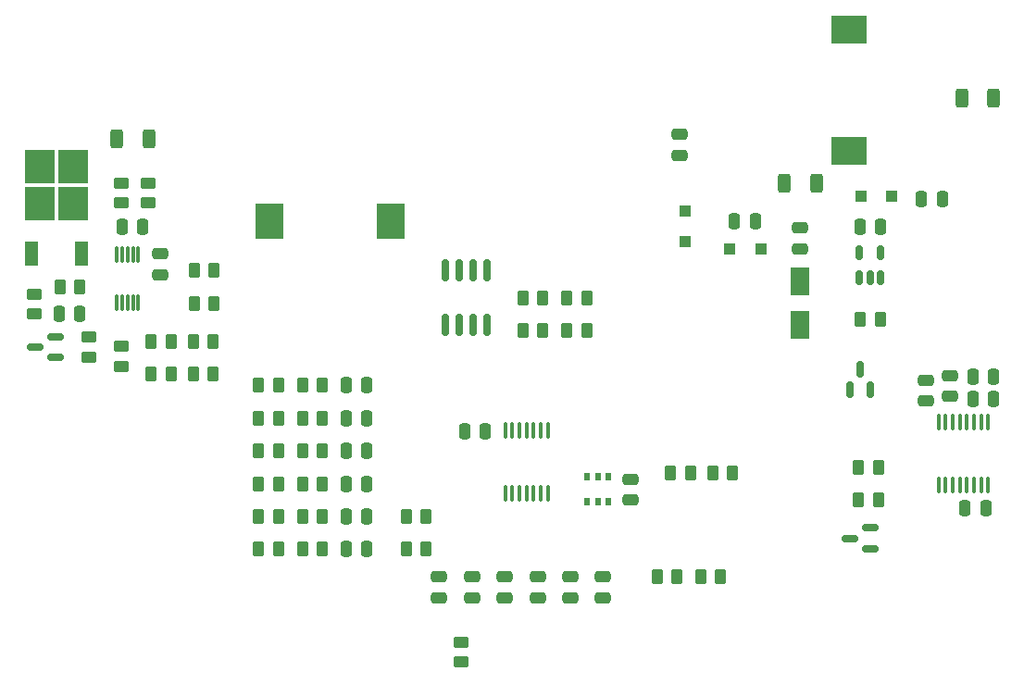
<source format=gtp>
G04 #@! TF.GenerationSoftware,KiCad,Pcbnew,6.0.9-8da3e8f707~116~ubuntu20.04.1*
G04 #@! TF.CreationDate,2022-11-21T15:17:11-05:00*
G04 #@! TF.ProjectId,psu_control,7073755f-636f-46e7-9472-6f6c2e6b6963,rev?*
G04 #@! TF.SameCoordinates,Original*
G04 #@! TF.FileFunction,Paste,Top*
G04 #@! TF.FilePolarity,Positive*
%FSLAX46Y46*%
G04 Gerber Fmt 4.6, Leading zero omitted, Abs format (unit mm)*
G04 Created by KiCad (PCBNEW 6.0.9-8da3e8f707~116~ubuntu20.04.1) date 2022-11-21 15:17:11*
%MOMM*%
%LPD*%
G01*
G04 APERTURE LIST*
G04 Aperture macros list*
%AMRoundRect*
0 Rectangle with rounded corners*
0 $1 Rounding radius*
0 $2 $3 $4 $5 $6 $7 $8 $9 X,Y pos of 4 corners*
0 Add a 4 corners polygon primitive as box body*
4,1,4,$2,$3,$4,$5,$6,$7,$8,$9,$2,$3,0*
0 Add four circle primitives for the rounded corners*
1,1,$1+$1,$2,$3*
1,1,$1+$1,$4,$5*
1,1,$1+$1,$6,$7*
1,1,$1+$1,$8,$9*
0 Add four rect primitives between the rounded corners*
20,1,$1+$1,$2,$3,$4,$5,0*
20,1,$1+$1,$4,$5,$6,$7,0*
20,1,$1+$1,$6,$7,$8,$9,0*
20,1,$1+$1,$8,$9,$2,$3,0*%
G04 Aperture macros list end*
%ADD10RoundRect,0.250000X0.262500X0.450000X-0.262500X0.450000X-0.262500X-0.450000X0.262500X-0.450000X0*%
%ADD11RoundRect,0.150000X0.150000X-0.587500X0.150000X0.587500X-0.150000X0.587500X-0.150000X-0.587500X0*%
%ADD12RoundRect,0.250000X-0.262500X-0.450000X0.262500X-0.450000X0.262500X0.450000X-0.262500X0.450000X0*%
%ADD13RoundRect,0.075000X0.075000X-0.650000X0.075000X0.650000X-0.075000X0.650000X-0.075000X-0.650000X0*%
%ADD14RoundRect,0.250000X0.250000X0.475000X-0.250000X0.475000X-0.250000X-0.475000X0.250000X-0.475000X0*%
%ADD15RoundRect,0.250000X0.312500X0.625000X-0.312500X0.625000X-0.312500X-0.625000X0.312500X-0.625000X0*%
%ADD16R,1.100000X1.100000*%
%ADD17RoundRect,0.250000X-0.475000X0.250000X-0.475000X-0.250000X0.475000X-0.250000X0.475000X0.250000X0*%
%ADD18RoundRect,0.150000X0.150000X-0.512500X0.150000X0.512500X-0.150000X0.512500X-0.150000X-0.512500X0*%
%ADD19R,2.500000X3.200000*%
%ADD20RoundRect,0.150000X0.587500X0.150000X-0.587500X0.150000X-0.587500X-0.150000X0.587500X-0.150000X0*%
%ADD21RoundRect,0.250000X0.450000X-0.262500X0.450000X0.262500X-0.450000X0.262500X-0.450000X-0.262500X0*%
%ADD22R,2.750000X3.050000*%
%ADD23R,1.200000X2.200000*%
%ADD24R,1.800000X2.500000*%
%ADD25RoundRect,0.100000X-0.100000X0.637500X-0.100000X-0.637500X0.100000X-0.637500X0.100000X0.637500X0*%
%ADD26RoundRect,0.250000X-0.250000X-0.475000X0.250000X-0.475000X0.250000X0.475000X-0.250000X0.475000X0*%
%ADD27RoundRect,0.250000X-0.450000X0.262500X-0.450000X-0.262500X0.450000X-0.262500X0.450000X0.262500X0*%
%ADD28R,3.200000X2.500000*%
%ADD29RoundRect,0.100000X0.100000X-0.637500X0.100000X0.637500X-0.100000X0.637500X-0.100000X-0.637500X0*%
%ADD30RoundRect,0.250000X0.475000X-0.250000X0.475000X0.250000X-0.475000X0.250000X-0.475000X-0.250000X0*%
%ADD31R,0.510000X0.700000*%
%ADD32RoundRect,0.250000X-0.312500X-0.625000X0.312500X-0.625000X0.312500X0.625000X-0.312500X0.625000X0*%
%ADD33RoundRect,0.150000X0.150000X-0.825000X0.150000X0.825000X-0.150000X0.825000X-0.150000X-0.825000X0*%
G04 APERTURE END LIST*
D10*
X41825000Y-45500000D03*
X40000000Y-45500000D03*
X76000000Y-44500000D03*
X74175000Y-44500000D03*
D11*
X100050000Y-49937500D03*
X101950000Y-49937500D03*
X101000000Y-48062500D03*
D12*
X83675000Y-57500000D03*
X85500000Y-57500000D03*
D13*
X33000000Y-41950000D03*
X33500000Y-41950000D03*
X34000000Y-41950000D03*
X34500000Y-41950000D03*
X35000000Y-41950000D03*
X35000000Y-37550000D03*
X34500000Y-37550000D03*
X34000000Y-37550000D03*
X33500000Y-37550000D03*
X33000000Y-37550000D03*
D12*
X50000000Y-58500000D03*
X51825000Y-58500000D03*
D14*
X29662500Y-43000000D03*
X27762500Y-43000000D03*
D15*
X97000000Y-31000000D03*
X94075000Y-31000000D03*
D16*
X85000000Y-33600000D03*
X85000000Y-36400000D03*
D12*
X40087500Y-39000000D03*
X41912500Y-39000000D03*
D14*
X112500000Y-60750000D03*
X110600000Y-60750000D03*
D17*
X74500000Y-67050000D03*
X74500000Y-68950000D03*
D12*
X86425000Y-67000000D03*
X88250000Y-67000000D03*
D18*
X100950000Y-39637500D03*
X101900000Y-39637500D03*
X102850000Y-39637500D03*
X102850000Y-37362500D03*
X100950000Y-37362500D03*
D10*
X38000000Y-48500000D03*
X36175000Y-48500000D03*
D12*
X50000000Y-49500000D03*
X51825000Y-49500000D03*
D19*
X46950000Y-34500000D03*
X58050000Y-34500000D03*
D20*
X27437500Y-46950000D03*
X27437500Y-45050000D03*
X25562500Y-46000000D03*
D12*
X46000000Y-61500000D03*
X47825000Y-61500000D03*
X40087500Y-42000000D03*
X41912500Y-42000000D03*
X59500000Y-61500000D03*
X61325000Y-61500000D03*
D17*
X68500000Y-67050000D03*
X68500000Y-68950000D03*
D12*
X87500000Y-57500000D03*
X89325000Y-57500000D03*
D21*
X33412500Y-32825000D03*
X33412500Y-31000000D03*
D22*
X25950000Y-29500000D03*
X29000000Y-29500000D03*
X25950000Y-32850000D03*
X29000000Y-32850000D03*
D23*
X25195000Y-37475000D03*
X29755000Y-37475000D03*
D24*
X95500000Y-40000000D03*
X95500000Y-44000000D03*
D10*
X72000000Y-41500000D03*
X70175000Y-41500000D03*
D25*
X112725000Y-52887500D03*
X112075000Y-52887500D03*
X111425000Y-52887500D03*
X110775000Y-52887500D03*
X110125000Y-52887500D03*
X109475000Y-52887500D03*
X108825000Y-52887500D03*
X108175000Y-52887500D03*
X108175000Y-58612500D03*
X108825000Y-58612500D03*
X109475000Y-58612500D03*
X110125000Y-58612500D03*
X110775000Y-58612500D03*
X111425000Y-58612500D03*
X112075000Y-58612500D03*
X112725000Y-58612500D03*
D10*
X102662500Y-60000000D03*
X100837500Y-60000000D03*
D26*
X54000000Y-52500000D03*
X55900000Y-52500000D03*
D10*
X38000000Y-45500000D03*
X36175000Y-45500000D03*
D27*
X33437500Y-45925000D03*
X33437500Y-47750000D03*
D28*
X100000000Y-28050000D03*
X100000000Y-16950000D03*
D12*
X50000000Y-55500000D03*
X51825000Y-55500000D03*
D29*
X68550000Y-59362500D03*
X69200000Y-59362500D03*
X69850000Y-59362500D03*
X70500000Y-59362500D03*
X71150000Y-59362500D03*
X71800000Y-59362500D03*
X72450000Y-59362500D03*
X72450000Y-53637500D03*
X71800000Y-53637500D03*
X71150000Y-53637500D03*
X70500000Y-53637500D03*
X69850000Y-53637500D03*
X69200000Y-53637500D03*
X68550000Y-53637500D03*
D12*
X46000000Y-55500000D03*
X47825000Y-55500000D03*
D26*
X54000000Y-49500000D03*
X55900000Y-49500000D03*
D30*
X95500000Y-37000000D03*
X95500000Y-35100000D03*
D20*
X101937500Y-64450000D03*
X101937500Y-62550000D03*
X100062500Y-63500000D03*
D26*
X54000000Y-64500000D03*
X55900000Y-64500000D03*
X101000000Y-35000000D03*
X102900000Y-35000000D03*
D31*
X76050000Y-60160000D03*
X77000000Y-60160000D03*
X77950000Y-60160000D03*
X77950000Y-57840000D03*
X77000000Y-57840000D03*
X76050000Y-57840000D03*
D26*
X54000000Y-61500000D03*
X55900000Y-61500000D03*
D32*
X110287500Y-23250000D03*
X113212500Y-23250000D03*
D12*
X46000000Y-58500000D03*
X47825000Y-58500000D03*
D21*
X35912500Y-32825000D03*
X35912500Y-31000000D03*
D27*
X25500000Y-41175000D03*
X25500000Y-43000000D03*
D10*
X102662500Y-57000000D03*
X100837500Y-57000000D03*
D12*
X46000000Y-49500000D03*
X47825000Y-49500000D03*
X46000000Y-52500000D03*
X47825000Y-52500000D03*
D26*
X54000000Y-55500000D03*
X55900000Y-55500000D03*
X111300000Y-50750000D03*
X113200000Y-50750000D03*
D17*
X80000000Y-58100000D03*
X80000000Y-60000000D03*
D12*
X50000000Y-64500000D03*
X51825000Y-64500000D03*
X101000000Y-43500000D03*
X102825000Y-43500000D03*
D10*
X76000000Y-41500000D03*
X74175000Y-41500000D03*
D14*
X66750000Y-53750000D03*
X64850000Y-53750000D03*
X113200000Y-48750000D03*
X111300000Y-48750000D03*
D12*
X50000000Y-52500000D03*
X51825000Y-52500000D03*
D17*
X65500000Y-67050000D03*
X65500000Y-68950000D03*
D14*
X91400000Y-34500000D03*
X89500000Y-34500000D03*
D21*
X30437500Y-46912500D03*
X30437500Y-45087500D03*
D30*
X109250000Y-50500000D03*
X109250000Y-48600000D03*
D10*
X61325000Y-64500000D03*
X59500000Y-64500000D03*
D27*
X64500000Y-73000000D03*
X64500000Y-74825000D03*
D17*
X37000000Y-37500000D03*
X37000000Y-39400000D03*
X71500000Y-67050000D03*
X71500000Y-68950000D03*
D16*
X101100000Y-32250000D03*
X103900000Y-32250000D03*
D33*
X63095000Y-43975000D03*
X64365000Y-43975000D03*
X65635000Y-43975000D03*
X66905000Y-43975000D03*
X66905000Y-39025000D03*
X65635000Y-39025000D03*
X64365000Y-39025000D03*
X63095000Y-39025000D03*
D30*
X107000000Y-50950000D03*
X107000000Y-49050000D03*
D17*
X77500000Y-67050000D03*
X77500000Y-68950000D03*
D12*
X82425000Y-67000000D03*
X84250000Y-67000000D03*
D10*
X29662500Y-40500000D03*
X27837500Y-40500000D03*
D12*
X46000000Y-64500000D03*
X47825000Y-64500000D03*
D10*
X41825000Y-48500000D03*
X40000000Y-48500000D03*
D16*
X91900000Y-37000000D03*
X89100000Y-37000000D03*
D26*
X33512500Y-35000000D03*
X35412500Y-35000000D03*
X54000000Y-58500000D03*
X55900000Y-58500000D03*
D17*
X62500000Y-67050000D03*
X62500000Y-68950000D03*
D32*
X33037500Y-27000000D03*
X35962500Y-27000000D03*
D10*
X72000000Y-44500000D03*
X70175000Y-44500000D03*
D12*
X50000000Y-61500000D03*
X51825000Y-61500000D03*
D26*
X106600000Y-32500000D03*
X108500000Y-32500000D03*
D17*
X84500000Y-26550000D03*
X84500000Y-28450000D03*
M02*

</source>
